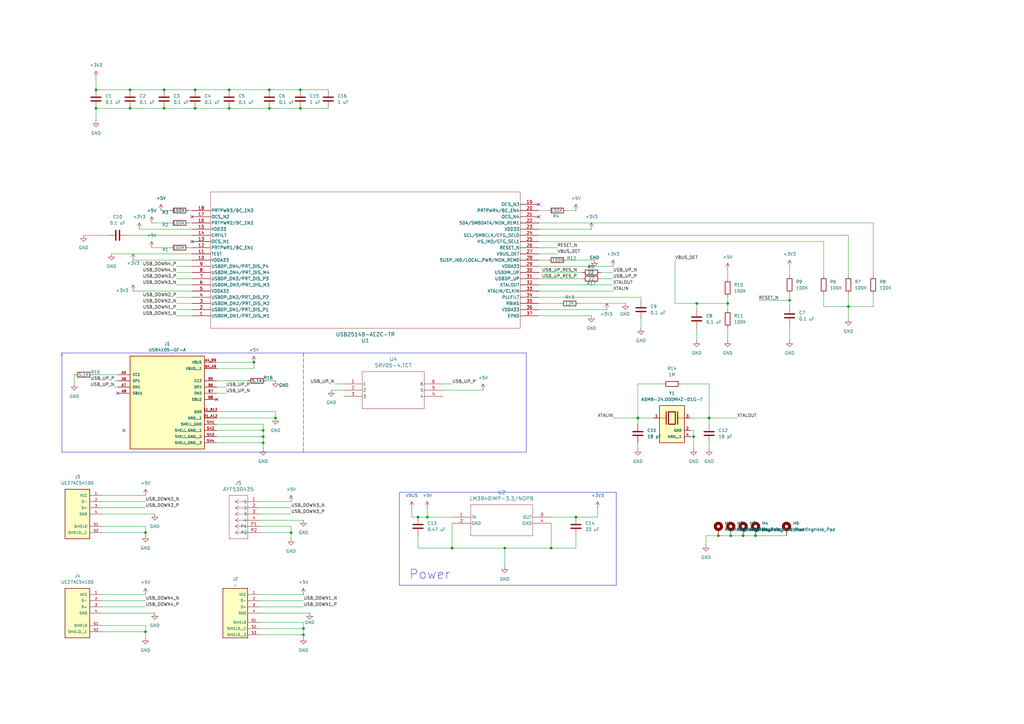
<source format=kicad_sch>
(kicad_sch (version 20231120) (generator "eeschema") (generator_version "8.0")
  (paper "A3")
  (lib_symbols
    (symbol "5051100492 (Molex FFC):5051100492" (pin_names (offset 0.254))
      (property "Reference" "J" (at 8.89 6.35 0))
      (property "Value" "5051100492" (at 0 0 0))
      (symbol "5051100492_1_1"
        (pin unspecified line (at 0 0 0) (length 5.08) (name "1") (number "1"))
        (pin unspecified line (at 0 -2.54 0) (length 5.08) (name "2") (number "2"))
        (pin unspecified line (at 0 -5.08 0) (length 5.08) (name "3") (number "3"))
        (pin unspecified line (at 0 -7.62 0) (length 5.08) (name "4") (number "4"))
        (pin unspecified line (at 0 -10.16 0) (length 5.08) (name "P1") (number "P1"))
        (pin unspecified line (at 0 -12.7 0) (length 5.08) (name "P2") (number "P2"))
      )
      (symbol "5051100492_1_2"
        (pin unspecified line (at 0 0 0) (length 5.08) (name "1") (number "1"))
        (pin unspecified line (at 0 -2.54 0) (length 5.08) (name "2") (number "2"))
        (pin unspecified line (at 0 -5.08 0) (length 5.08) (name "3") (number "3"))
        (pin unspecified line (at 0 -7.62 0) (length 5.08) (name "4") (number "4"))
        (pin unspecified line (at 0 -10.16 0) (length 5.08) (name "P1") (number "P1"))
        (pin unspecified line (at 0 -12.7 0) (length 5.08) (name "P2") (number "P2"))
      )
    )
    (symbol "ABM8-24.000MHZ-D1G-T:ABM8-24.000MHZ-D1G-T" (pin_names (offset 1.016))
      (property "Reference" "Y" (at -5.0878 6.3559 0))
      (property "Value" "ABM8-24.000MHZ-D1G-T" (at -5.0944 -12.7 0))
      (symbol "ABM8-24.000MHZ-D1G-T_0_0"
        (pin passive line (at -7.62 0 0) (length 2.54) (name "~") (number "1"))
        (pin power_in line (at 7.62 -5.08 180) (length 2.54) (name "GND") (number "2"))
        (pin passive line (at 7.62 0 180) (length 2.54) (name "~") (number "3"))
        (pin power_in line (at 7.62 -7.62 180) (length 2.54) (name "GND__1") (number "4"))
      )
    )
    (symbol "Device:C" (pin_numbers hide) (pin_names (offset 0.254))
      (property "Reference" "C" (at 0.635 2.54 0))
      (property "Value" "C" (at 0.635 -2.54 0))
      (symbol "C_1_1"
        (pin passive line (at 0 3.81 270) (length 2.794) (name "~") (number "1"))
        (pin passive line (at 0 -3.81 90) (length 2.794) (name "~") (number "2"))
      )
    )
    (symbol "Device:R" (pin_numbers hide) (pin_names (offset 0))
      (property "Reference" "R" (at 2.032 0 90))
      (property "Value" "R" (at 0 0 90))
      (symbol "R_1_1"
        (pin passive line (at 0 3.81 270) (length 1.27) (name "~") (number "1"))
        (pin passive line (at 0 -3.81 90) (length 1.27) (name "~") (number "2"))
      )
    )
    (symbol "LM3940IMP-3.3/NOPB:LM3940IMP-3.3_NOPB" (pin_names (offset 0.254))
      (property "Reference" "U" (at 20.32 10.16 0))
      (property "Value" "LM3940IMP-3.3/NOPB" (at 20.32 7.62 0))
      (symbol "LM3940IMP-3.3_NOPB_0_1"
        (pin input line (at 0 0 0) (length 7.62) (name "IN") (number "1"))
        (pin passive line (at 0 -2.54 0) (length 7.62) (name "GND") (number "2"))
        (pin output line (at 40.64 0 180) (length 7.62) (name "OUT") (number "3"))
        (pin passive line (at 40.64 -2.54 180) (length 7.62) (name "GND") (number "4"))
      )
    )
    (symbol "Mechanical:MountingHole_Pad" (pin_numbers hide) (pin_names (offset 1.016) hide) (exclude_from_sim yes) (in_bom no)
      (property "Reference" "H" (at 0 6.35 0))
      (property "Value" "MountingHole_Pad" (at 0 4.445 0))
      (symbol "MountingHole_Pad_1_1"
        (pin input line (at 0 -2.54 90) (length 2.54) (name "1") (number "1"))
      )
    )
    (symbol "SRV05-4.TCT:SRV05-4.TCT" (pin_names (offset 0.254))
      (property "Reference" "U" (at 20.32 10.16 0))
      (property "Value" "SRV05-4.TCT" (at 20.32 7.62 0))
      (symbol "SRV05-4.TCT_0_1"
        (pin unspecified line (at 0 0 0) (length 7.62) (name "1") (number "1"))
        (pin unspecified line (at 0 -2.54 0) (length 7.62) (name "2") (number "2"))
        (pin unspecified line (at 0 -5.08 0) (length 7.62) (name "3") (number "3"))
        (pin unspecified line (at 40.64 -5.08 180) (length 7.62) (name "4") (number "4"))
        (pin unspecified line (at 40.64 -2.54 180) (length 7.62) (name "5") (number "5"))
        (pin unspecified line (at 40.64 0 180) (length 7.62) (name "6") (number "6"))
      )
    )
    (symbol "UE27AC54100:UE27AC54100" (pin_names (offset 1.016))
      (property "Reference" "J" (at -5.08 8.89 0))
      (property "Value" "UE27AC54100" (at -5.08 -15.24 0))
      (symbol "UE27AC54100_0_0"
        (pin power_in line (at -10.16 5.08 0) (length 5.08) (name "VCC") (number "1"))
        (pin bidirectional line (at -10.16 2.54 0) (length 5.08) (name "D-") (number "2"))
        (pin bidirectional line (at -10.16 0 0) (length 5.08) (name "D+") (number "3"))
        (pin power_in line (at -10.16 -2.54 0) (length 5.08) (name "GND") (number "4"))
        (pin passive line (at -10.16 -7.62 0) (length 5.08) (name "SHIELD") (number "S1"))
        (pin passive line (at -10.16 -10.16 0) (length 5.08) (name "SHIELD__1") (number "S2"))
      )
    )
    (symbol "USB2514B-AEZC-TR:USB2514B-AEZC-TR" (pin_names (offset 0.254))
      (property "Reference" "U" (at 71.12 10.16 0))
      (property "Value" "USB2514B-AEZC-TR" (at 71.12 7.62 0))
      (symbol "USB2514B-AEZC-TR_0_1"
        (pin bidirectional line (at 0 0 0) (length 7.62) (name "USBDM_DN1/PRT_DIS_M1") (number "1"))
        (pin power_in line (at 0 -22.86 0) (length 7.62) (name "VDDA33") (number "10"))
        (pin bidirectional line (at 0 -25.4 0) (length 7.62) (name "TEST") (number "11"))
        (pin bidirectional line (at 0 -27.94 0) (length 7.62) (name "PRTPWR1/BC_EN1") (number "12"))
        (pin bidirectional line (at 0 -30.48 0) (length 7.62) (name "OCS_N1") (number "13"))
        (pin bidirectional line (at 0 -33.02 0) (length 7.62) (name "CRFILT") (number "14"))
        (pin power_in line (at 0 -35.56 0) (length 7.62) (name "VDD33") (number "15"))
        (pin bidirectional line (at 0 -38.1 0) (length 7.62) (name "PRTPWR2/BC_EN2") (number "16"))
        (pin bidirectional line (at 0 -40.64 0) (length 7.62) (name "OCS_N2") (number "17"))
        (pin bidirectional line (at 0 -43.18 0) (length 7.62) (name "PRTPWR3/BC_EN3") (number "18"))
        (pin bidirectional line (at 142.24 -45.72 180) (length 7.62) (name "OCS_N3") (number "19"))
        (pin bidirectional line (at 0 -2.54 0) (length 7.62) (name "USBDP_DN1/PRT_DIS_P1") (number "2"))
        (pin bidirectional line (at 142.24 -43.18 180) (length 7.62) (name "PRTPWR4/BC_EN4") (number "20"))
        (pin bidirectional line (at 142.24 -40.64 180) (length 7.62) (name "OCS_N4") (number "21"))
        (pin bidirectional line (at 142.24 -38.1 180) (length 7.62) (name "SDA/SMBDATA/NON_REM1") (number "22"))
        (pin power_in line (at 142.24 -35.56 180) (length 7.62) (name "VDD33") (number "23"))
        (pin bidirectional line (at 142.24 -33.02 180) (length 7.62) (name "SCL/SMBCLK/CFG_SEL0") (number "24"))
        (pin bidirectional line (at 142.24 -30.48 180) (length 7.62) (name "HS_IND/CFG_SEL1") (number "25"))
        (pin bidirectional line (at 142.24 -27.94 180) (length 7.62) (name "RESET_N") (number "26"))
        (pin bidirectional line (at 142.24 -25.4 180) (length 7.62) (name "VBUS_DET") (number "27"))
        (pin bidirectional line (at 142.24 -22.86 180) (length 7.62) (name "SUSP_IND/LOCAL_PWR/NON_REM0") (number "28"))
        (pin power_in line (at 142.24 -20.32 180) (length 7.62) (name "VDDA33") (number "29"))
        (pin bidirectional line (at 0 -5.08 0) (length 7.62) (name "USBDM_DN2/PRT_DIS_M2") (number "3"))
        (pin bidirectional line (at 142.24 -17.78 180) (length 7.62) (name "USBDM_UP") (number "30"))
        (pin bidirectional line (at 142.24 -15.24 180) (length 7.62) (name "USBDP_UP") (number "31"))
        (pin output line (at 142.24 -12.7 180) (length 7.62) (name "XTALOUT") (number "32"))
        (pin input line (at 142.24 -10.16 180) (length 7.62) (name "XTALIN/CLKIN") (number "33"))
        (pin bidirectional line (at 142.24 -7.62 180) (length 7.62) (name "PLLFILT") (number "34"))
        (pin bidirectional line (at 142.24 -5.08 180) (length 7.62) (name "RBIAS") (number "35"))
        (pin power_in line (at 142.24 -2.54 180) (length 7.62) (name "VDDA33") (number "36"))
        (pin unspecified line (at 142.24 0 180) (length 7.62) (name "EPAD") (number "37"))
        (pin bidirectional line (at 0 -7.62 0) (length 7.62) (name "USBDP_DN2/PRT_DIS_P2") (number "4"))
        (pin power_in line (at 0 -10.16 0) (length 7.62) (name "VDDA33") (number "5"))
        (pin bidirectional line (at 0 -12.7 0) (length 7.62) (name "USBDM_DN3/PRT_DIS_M3") (number "6"))
        (pin bidirectional line (at 0 -15.24 0) (length 7.62) (name "USBDP_DN3/PRT_DIS_P3") (number "7"))
        (pin bidirectional line (at 0 -17.78 0) (length 7.62) (name "USBDM_DN4/PRT_DIS_M4") (number "8"))
        (pin bidirectional line (at 0 -20.32 0) (length 7.62) (name "USBDP_DN4/PRT_DIS_P4") (number "9"))
      )
    )
    (symbol "USB4105-GF-A:USB4105-GF-A" (pin_names (offset 1.016))
      (property "Reference" "J" (at -15.24 13.97 0))
      (property "Value" "USB4105-GF-A" (at -15.24 -27.94 0))
      (symbol "USB4105-GF-A_0_0"
        (pin power_in line (at 20.32 -10.16 180) (length 5.08) (name "GND") (number "A1_B12"))
        (pin power_in line (at 20.32 10.16 180) (length 5.08) (name "VBUS") (number "A4_B9"))
        (pin bidirectional line (at -20.32 5.08 0) (length 5.08) (name "CC1") (number "A5"))
        (pin bidirectional line (at -20.32 2.54 0) (length 5.08) (name "DP1") (number "A6"))
        (pin bidirectional line (at -20.32 0 0) (length 5.08) (name "DN1") (number "A7"))
        (pin bidirectional line (at -20.32 -2.54 0) (length 5.08) (name "SBU1") (number "A8"))
        (pin power_in line (at 20.32 -12.7 180) (length 5.08) (name "GND__1") (number "B1_A12"))
        (pin power_in line (at 20.32 7.62 180) (length 5.08) (name "VBUS__1") (number "B4_A9"))
        (pin bidirectional line (at 20.32 2.54 180) (length 5.08) (name "CC2") (number "B5"))
        (pin bidirectional line (at 20.32 0 180) (length 5.08) (name "DP2") (number "B6"))
        (pin bidirectional line (at 20.32 -2.54 180) (length 5.08) (name "DN2") (number "B7"))
        (pin bidirectional line (at 20.32 -5.08 180) (length 5.08) (name "SBU2") (number "B8"))
        (pin power_in line (at 20.32 -15.24 180) (length 5.08) (name "SHELL_GND") (number "SH1"))
        (pin power_in line (at 20.32 -17.78 180) (length 5.08) (name "SHELL_GND__1") (number "SH2"))
        (pin power_in line (at 20.32 -20.32 180) (length 5.08) (name "SHELL_GND__2") (number "SH3"))
        (pin power_in line (at 20.32 -22.86 180) (length 5.08) (name "SHELL_GND__3") (number "SH4"))
      )
    )
    (symbol "numlocked:UBAS-4R-D14D-4D(LF)(SN)"
      (property "Reference" "J" (at 0 -1.524 0))
      (symbol "UBAS-4R-D14D-4D(LF)(SN)_0_0"
        (pin power_in line (at -10.16 17.78 0) (length 5.08) (name "VCC") (number "1"))
        (pin bidirectional line (at -10.16 15.24 0) (length 5.08) (name "D-") (number "2"))
        (pin bidirectional line (at -10.16 12.7 0) (length 5.08) (name "D+") (number "3"))
        (pin power_in line (at -10.16 10.16 0) (length 5.08) (name "GND") (number "4"))
        (pin passive line (at -10.16 6.35 0) (length 5.08) (name "SHIELD") (number "S1"))
        (pin passive line (at -10.16 3.81 0) (length 5.08) (name "SHIELD__1") (number "S2"))
      )
      (symbol "UBAS-4R-D14D-4D(LF)(SN)_1_0"
        (pin passive line (at -10.16 1.27 0) (length 5.08) (name "SHIELD__2") (number "S3"))
      )
    )
    (symbol "power:+3V3" (power) (pin_numbers hide) (pin_names (offset 0) hide)
      (property "Value" "+3V3" (at 0 3.556 0))
      (symbol "+3V3_1_1"
        (pin power_in line (at 0 0 90) (length 0) (name "~") (number "1"))
      )
    )
    (symbol "power:+5V" (power) (pin_numbers hide) (pin_names (offset 0) hide)
      (property "Value" "+5V" (at 0 3.556 0))
      (symbol "+5V_1_1"
        (pin power_in line (at 0 0 90) (length 0) (name "~") (number "1"))
      )
    )
    (symbol "power:GND" (power) (pin_numbers hide) (pin_names (offset 0) hide)
      (property "Value" "GND" (at 0 -3.81 0))
      (symbol "GND_1_1"
        (pin power_in line (at 0 0 270) (length 0) (name "~") (number "1"))
      )
    )
    (symbol "power:VBUS" (power) (pin_numbers hide) (pin_names (offset 0) hide)
      (property "Value" "VBUS" (at 0 3.556 0))
      (symbol "VBUS_1_1"
        (pin power_in line (at 0 0 90) (length 0) (name "~") (number "1"))
      )
    )
  )
  (junction (at 107.95 176.53))
  (junction (at 39.37 36.83))
  (junction (at 175.26 212.09))
  (junction (at 80.01 44.45))
  (junction (at 123.19 36.83))
  (junction (at 124.46 260.35))
  (junction (at 285.75 124.46))
  (junction (at 59.69 259.08))
  (junction (at 236.22 212.09))
  (junction (at 67.31 44.45))
  (junction (at 261.62 171.45))
  (junction (at 110.49 44.45))
  (junction (at 39.37 44.45))
  (junction (at 59.69 218.44))
  (junction (at 347.98 125.73))
  (junction (at 323.85 123.19))
  (junction (at 93.98 44.45))
  (junction (at 290.83 171.45))
  (junction (at 298.45 124.46))
  (junction (at 119.38 218.44))
  (junction (at 113.03 171.45))
  (junction (at 53.34 44.45))
  (junction (at 171.45 212.09))
  (junction (at 304.8 219.71))
  (junction (at 309.88 219.71))
  (junction (at 124.46 257.81))
  (junction (at 107.95 181.61))
  (junction (at 226.06 224.79))
  (junction (at 185.42 224.79))
  (junction (at 110.49 36.83))
  (junction (at 123.19 44.45))
  (junction (at 67.31 36.83))
  (junction (at 107.95 179.07))
  (junction (at 299.72 219.71))
  (junction (at 104.14 148.59))
  (junction (at 80.01 36.83))
  (junction (at 294.64 219.71))
  (junction (at 93.98 36.83))
  (junction (at 284.48 179.07))
  (junction (at 207.01 224.79))
  (junction (at 53.34 36.83))
  (no_connect (at 50.8 176.53))
  (no_connect (at 78.74 99.06))
  (no_connect (at 78.74 88.9))
  (no_connect (at 220.98 83.82))
  (no_connect (at 220.98 88.9))
  (no_connect (at 88.9 163.83))
  (no_connect (at 48.26 161.29))
  (wire (pts (xy 124.46 260.35) (xy 124.46 257.81)))
  (wire (pts (xy 107.95 184.15) (xy 107.95 181.61)))
  (wire (pts (xy 185.42 157.48) (xy 181.61 157.48)))
  (wire (pts (xy 283.21 179.07) (xy 284.48 179.07)))
  (wire (pts (xy 290.83 171.45) (xy 302.26 171.45)))
  (wire (pts (xy 106.68 251.46) (xy 127 251.46)))
  (wire (pts (xy 59.69 261.62) (xy 59.69 259.08)))
  (wire (pts (xy 106.68 208.28) (xy 119.38 208.28)))
  (wire (pts (xy 123.19 44.45) (xy 134.62 44.45)))
  (wire (pts (xy 226.06 214.63) (xy 226.06 224.79)))
  (wire (pts (xy 220.98 109.22) (xy 251.46 109.22)))
  (wire (pts (xy 285.75 124.46) (xy 285.75 127)))
  (wire (pts (xy 119.38 215.9) (xy 119.38 218.44)))
  (polyline (pts (xy 215.9 144.78) (xy 25.4 144.78)))
  (wire (pts (xy 299.72 219.71) (xy 304.8 219.71)))
  (wire (pts (xy 323.85 123.19) (xy 323.85 125.73)))
  (wire (pts (xy 276.86 124.46) (xy 285.75 124.46)))
  (wire (pts (xy 220.98 86.36) (xy 224.79 86.36)))
  (wire (pts (xy 171.45 212.09) (xy 168.91 212.09)))
  (wire (pts (xy 113.03 168.91) (xy 113.03 171.45)))
  (wire (pts (xy 57.15 93.98) (xy 78.74 93.98)))
  (wire (pts (xy 358.14 125.73) (xy 358.14 120.65)))
  (wire (pts (xy 284.48 184.15) (xy 284.48 179.07)))
  (wire (pts (xy 298.45 124.46) (xy 298.45 127)))
  (polyline (pts (xy 25.4 144.78) (xy 25.4 146.05)))
  (wire (pts (xy 262.89 130.81) (xy 262.89 134.62)))
  (wire (pts (xy 220.98 91.44) (xy 358.14 91.44)))
  (wire (pts (xy 72.39 127) (xy 78.74 127)))
  (wire (pts (xy 347.98 125.73) (xy 347.98 130.81)))
  (wire (pts (xy 123.19 36.83) (xy 134.62 36.83)))
  (wire (pts (xy 290.83 157.48) (xy 279.4 157.48)))
  (wire (pts (xy 283.21 171.45) (xy 290.83 171.45)))
  (wire (pts (xy 175.26 212.09) (xy 171.45 212.09)))
  (wire (pts (xy 72.39 109.22) (xy 78.74 109.22)))
  (wire (pts (xy 62.23 91.44) (xy 69.85 91.44)))
  (wire (pts (xy 290.83 171.45) (xy 290.83 173.99)))
  (wire (pts (xy 261.62 181.61) (xy 261.62 184.15)))
  (wire (pts (xy 261.62 171.45) (xy 261.62 173.99)))
  (wire (pts (xy 106.68 215.9) (xy 119.38 215.9)))
  (wire (pts (xy 290.83 171.45) (xy 290.83 157.48)))
  (wire (pts (xy 72.39 116.84) (xy 78.74 116.84)))
  (wire (pts (xy 323.85 120.65) (xy 323.85 123.19)))
  (wire (pts (xy 110.49 44.45) (xy 123.19 44.45)))
  (wire (pts (xy 284.48 179.07) (xy 284.48 176.53)))
  (wire (pts (xy 298.45 110.49) (xy 298.45 114.3)))
  (wire (pts (xy 261.62 157.48) (xy 271.78 157.48)))
  (wire (pts (xy 77.47 86.36) (xy 78.74 86.36)))
  (wire (pts (xy 41.91 246.38) (xy 59.69 246.38)))
  (wire (pts (xy 106.68 213.36) (xy 124.46 213.36)))
  (wire (pts (xy 220.98 119.38) (xy 251.46 119.38)))
  (wire (pts (xy 358.14 91.44) (xy 358.14 113.03)))
  (polyline (pts (xy 163.83 201.93) (xy 163.83 240.03)))
  (wire (pts (xy 228.6 101.6) (xy 220.98 101.6)))
  (wire (pts (xy 171.45 219.71) (xy 171.45 224.79)))
  (wire (pts (xy 276.86 106.68) (xy 276.86 124.46)))
  (wire (pts (xy 185.42 212.09) (xy 175.26 212.09)))
  (wire (pts (xy 46.99 158.75) (xy 48.26 158.75)))
  (wire (pts (xy 347.98 120.65) (xy 347.98 125.73)))
  (wire (pts (xy 54.61 119.38) (xy 78.74 119.38)))
  (wire (pts (xy 41.91 218.44) (xy 59.69 218.44)))
  (wire (pts (xy 290.83 181.61) (xy 290.83 184.15)))
  (wire (pts (xy 88.9 156.21) (xy 101.6 156.21)))
  (wire (pts (xy 220.98 114.3) (xy 238.76 114.3)))
  (wire (pts (xy 106.68 210.82) (xy 119.38 210.82)))
  (wire (pts (xy 80.01 36.83) (xy 93.98 36.83)))
  (wire (pts (xy 38.1 153.67) (xy 48.26 153.67)))
  (wire (pts (xy 220.98 93.98) (xy 242.57 93.98)))
  (wire (pts (xy 284.48 176.53) (xy 283.21 176.53)))
  (wire (pts (xy 220.98 121.92) (xy 262.89 121.92)))
  (wire (pts (xy 72.39 124.46) (xy 78.74 124.46)))
  (wire (pts (xy 267.97 171.45) (xy 261.62 171.45)))
  (wire (pts (xy 41.91 256.54) (xy 59.69 256.54)))
  (polyline (pts (xy 25.4 185.42) (xy 215.9 185.42)))
  (wire (pts (xy 93.98 36.83) (xy 110.49 36.83)))
  (polyline (pts (xy 252.73 240.03) (xy 163.83 240.03)))
  (wire (pts (xy 59.69 203.2) (xy 41.91 203.2)))
  (wire (pts (xy 137.16 157.48) (xy 140.97 157.48)))
  (wire (pts (xy 124.46 243.84) (xy 106.68 243.84)))
  (wire (pts (xy 207.01 224.79) (xy 226.06 224.79)))
  (polyline (pts (xy 215.9 185.42) (xy 215.9 144.78)))
  (wire (pts (xy 41.91 243.84) (xy 59.69 243.84)))
  (wire (pts (xy 62.23 101.6) (xy 69.85 101.6)))
  (wire (pts (xy 106.68 255.27) (xy 124.46 255.27)))
  (wire (pts (xy 337.82 120.65) (xy 337.82 125.73)))
  (wire (pts (xy 39.37 31.75) (xy 39.37 36.83)))
  (wire (pts (xy 107.95 176.53) (xy 107.95 179.07)))
  (wire (pts (xy 347.98 125.73) (xy 358.14 125.73)))
  (wire (pts (xy 135.89 160.02) (xy 140.97 160.02)))
  (wire (pts (xy 41.91 248.92) (xy 59.69 248.92)))
  (wire (pts (xy 107.95 179.07) (xy 107.95 181.61)))
  (wire (pts (xy 119.38 205.74) (xy 106.68 205.74)))
  (wire (pts (xy 246.38 111.76) (xy 251.46 111.76)))
  (wire (pts (xy 220.98 106.68) (xy 224.79 106.68)))
  (wire (pts (xy 104.14 151.13) (xy 104.14 148.59)))
  (wire (pts (xy 45.72 104.14) (xy 78.74 104.14)))
  (wire (pts (xy 88.9 161.29) (xy 92.71 161.29)))
  (wire (pts (xy 236.22 212.09) (xy 245.11 212.09)))
  (wire (pts (xy 285.75 134.62) (xy 285.75 139.7)))
  (wire (pts (xy 67.31 36.83) (xy 80.01 36.83)))
  (wire (pts (xy 232.41 86.36) (xy 236.22 86.36)))
  (wire (pts (xy 309.88 219.71) (xy 322.58 219.71)))
  (wire (pts (xy 88.9 173.99) (xy 107.95 173.99)))
  (wire (pts (xy 88.9 176.53) (xy 107.95 176.53)))
  (wire (pts (xy 106.68 218.44) (xy 119.38 218.44)))
  (wire (pts (xy 181.61 160.02) (xy 198.12 160.02)))
  (wire (pts (xy 106.68 246.38) (xy 124.46 246.38)))
  (wire (pts (xy 220.98 99.06) (xy 337.82 99.06)))
  (wire (pts (xy 106.68 248.92) (xy 124.46 248.92)))
  (wire (pts (xy 41.91 259.08) (xy 59.69 259.08)))
  (wire (pts (xy 124.46 261.62) (xy 124.46 260.35)))
  (wire (pts (xy 168.91 208.28) (xy 168.91 212.09)))
  (wire (pts (xy 185.42 214.63) (xy 185.42 224.79)))
  (wire (pts (xy 220.98 116.84) (xy 251.46 116.84)))
  (wire (pts (xy 41.91 215.9) (xy 59.69 215.9)))
  (wire (pts (xy 237.49 124.46) (xy 256.54 124.46)))
  (wire (pts (xy 246.38 114.3) (xy 251.46 114.3)))
  (wire (pts (xy 220.98 124.46) (xy 229.87 124.46)))
  (wire (pts (xy 124.46 255.27) (xy 124.46 257.81)))
  (wire (pts (xy 107.95 173.99) (xy 107.95 176.53)))
  (wire (pts (xy 54.61 106.68) (xy 78.74 106.68)))
  (wire (pts (xy 245.11 208.28) (xy 245.11 212.09)))
  (wire (pts (xy 251.46 171.45) (xy 261.62 171.45)))
  (wire (pts (xy 304.8 219.71) (xy 309.88 219.71)))
  (wire (pts (xy 41.91 210.82) (xy 63.5 210.82)))
  (wire (pts (xy 72.39 121.92) (xy 78.74 121.92)))
  (wire (pts (xy 59.69 215.9) (xy 59.69 218.44)))
  (wire (pts (xy 323.85 133.35) (xy 323.85 139.7)))
  (wire (pts (xy 285.75 124.46) (xy 298.45 124.46)))
  (wire (pts (xy 220.98 111.76) (xy 238.76 111.76)))
  (wire (pts (xy 72.39 111.76) (xy 78.74 111.76)))
  (wire (pts (xy 80.01 44.45) (xy 93.98 44.45)))
  (polyline (pts (xy 252.73 201.93) (xy 252.73 240.03)))
  (wire (pts (xy 232.41 106.68) (xy 243.84 106.68)))
  (wire (pts (xy 77.47 101.6) (xy 78.74 101.6)))
  (polyline (pts (xy 163.83 201.93) (xy 252.73 201.93)))
  (wire (pts (xy 110.49 36.83) (xy 123.19 36.83)))
  (wire (pts (xy 226.06 212.09) (xy 236.22 212.09)))
  (wire (pts (xy 88.9 151.13) (xy 104.14 151.13)))
  (wire (pts (xy 289.56 219.71) (xy 294.64 219.71)))
  (wire (pts (xy 113.03 156.21) (xy 109.22 156.21)))
  (wire (pts (xy 93.98 44.45) (xy 110.49 44.45)))
  (wire (pts (xy 88.9 181.61) (xy 107.95 181.61)))
  (wire (pts (xy 298.45 134.62) (xy 298.45 139.7)))
  (wire (pts (xy 46.99 156.21) (xy 48.26 156.21)))
  (wire (pts (xy 347.98 113.03) (xy 347.98 96.52)))
  (wire (pts (xy 88.9 168.91) (xy 113.03 168.91)))
  (wire (pts (xy 294.64 219.71) (xy 299.72 219.71)))
  (wire (pts (xy 337.82 99.06) (xy 337.82 113.03)))
  (wire (pts (xy 337.82 125.73) (xy 347.98 125.73)))
  (wire (pts (xy 236.22 219.71) (xy 236.22 224.79)))
  (wire (pts (xy 220.98 96.52) (xy 347.98 96.52)))
  (wire (pts (xy 72.39 114.3) (xy 78.74 114.3)))
  (wire (pts (xy 66.04 86.36) (xy 69.85 86.36)))
  (wire (pts (xy 41.91 251.46) (xy 63.5 251.46)))
  (wire (pts (xy 30.48 157.48) (xy 30.48 153.67)))
  (wire (pts (xy 88.9 158.75) (xy 92.71 158.75)))
  (wire (pts (xy 59.69 256.54) (xy 59.69 259.08)))
  (wire (pts (xy 41.91 208.28) (xy 59.69 208.28)))
  (wire (pts (xy 289.56 219.71) (xy 289.56 223.52)))
  (wire (pts (xy 77.47 91.44) (xy 78.74 91.44)))
  (wire (pts (xy 67.31 44.45) (xy 80.01 44.45)))
  (wire (pts (xy 59.69 219.71) (xy 59.69 218.44)))
  (wire (pts (xy 236.22 224.79) (xy 226.06 224.79)))
  (wire (pts (xy 228.6 104.14) (xy 220.98 104.14)))
  (wire (pts (xy 171.45 224.79) (xy 185.42 224.79)))
  (wire (pts (xy 72.39 129.54) (xy 78.74 129.54)))
  (wire (pts (xy 207.01 224.79) (xy 207.01 232.41)))
  (wire (pts (xy 88.9 171.45) (xy 113.03 171.45)))
  (wire (pts (xy 88.9 179.07) (xy 107.95 179.07)))
  (wire (pts (xy 261.62 171.45) (xy 261.62 157.48)))
  (wire (pts (xy 323.85 109.22) (xy 323.85 113.03)))
  (wire (pts (xy 311.15 123.19) (xy 323.85 123.19)))
  (wire (pts (xy 106.68 257.81) (xy 124.46 257.81)))
  (wire (pts (xy 262.89 121.92) (xy 262.89 123.19)))
  (wire (pts (xy 41.91 205.74) (xy 59.69 205.74)))
  (wire (pts (xy 39.37 44.45) (xy 39.37 49.53)))
  (wire (pts (xy 298.45 121.92) (xy 298.45 124.46)))
  (wire (pts (xy 39.37 44.45) (xy 53.34 44.45)))
  (wire (pts (xy 53.34 36.83) (xy 67.31 36.83)))
  (wire (pts (xy 53.34 44.45) (xy 67.31 44.45)))
  (wire (pts (xy 175.26 208.28) (xy 175.26 212.09)))
  (polyline (pts (xy 124.46 144.78) (xy 124.46 185.42)) (stroke (width 0) (type dash)))
  (polyline (pts (xy 25.4 144.78) (xy 25.4 185.42)))
  (wire (pts (xy 106.68 260.35) (xy 124.46 260.35)))
  (wire (pts (xy 88.9 148.59) (xy 104.14 148.59)))
  (wire (pts (xy 34.29 96.52) (xy 44.45 96.52)))
  (wire (pts (xy 185.42 224.79) (xy 207.01 224.79)))
  (wire (pts (xy 220.98 127) (xy 248.92 127)))
  (wire (pts (xy 220.98 129.54) (xy 242.57 129.54)))
  (wire (pts (xy 39.37 36.83) (xy 53.34 36.83)))
  (wire (pts (xy 119.38 218.44) (xy 119.38 220.98)))
  (wire (pts (xy 52.07 96.52) (xy 78.74 96.52)))
  (text "Power" (at 176.276 235.712 0) (effects (font (size 3.81 3.81))))
  (label "USB_DOWN2_N" (at 72.39 124.46 180))
  (label "USB_UP_N" (at 137.16 157.48 180))
  (label "USB_UP_RES_P" (at 222.25 114.3 0))
  (label "USB_DOWN4_N" (at 72.39 111.76 180))
  (label "USB_UP_N" (at 251.46 111.76 0))
  (label "RESET_N" (at 228.6 101.6 0))
  (label "VBUS_DET" (at 276.86 106.68 0))
  (label "USB_DOWN3_N" (at 119.38 208.28 0))
  (label "USB_DOWN3_N" (at 72.39 116.84 180))
  (label "USB_DOWN1_N" (at 72.39 129.54 180))
  (label "USB_DOWN1_P" (at 72.39 127 180))
  (label "XTALIN" (at 251.46 119.38 0))
  (label "VBUS_DET" (at 228.6 104.14 0))
  (label "USB_DOWN2_P" (at 72.39 121.92 180))
  (label "RESET_N" (at 311.15 123.19 0))
  (label "USB_UP_P" (at 251.46 114.3 0))
  (label "USB_UP_P" (at 185.42 157.48 0))
  (label "USB_UP_P" (at 92.71 158.75 0))
  (label "USB_UP_RES_N" (at 222.25 111.76 0))
  (label "USB_DOWN4_P" (at 59.69 248.92 0))
  (label "USB_DOWN4_P" (at 72.39 109.22 180))
  (label "USB_DOWN4_N" (at 59.69 246.38 0))
  (label "USB_UP_N" (at 92.71 161.29 0))
  (label "XTALOUT" (at 302.26 171.45 0))
  (label "USB_DOWN1_N" (at 124.46 246.38 0))
  (label "USB_DOWN3_P" (at 72.39 114.3 180))
  (label "XTALOUT" (at 251.46 116.84 0))
  (label "USB_DOWN2_N" (at 59.69 205.74 0))
  (label "USB_UP_N" (at 46.99 158.75 180))
  (label "USB_UP_P" (at 46.99 156.21 180))
  (label "USB_DOWN2_P" (at 59.69 208.28 0))
  (label "XTALIN" (at 251.46 171.45 180))
  (label "USB_DOWN3_P" (at 119.38 210.82 0))
  (label "USB_DOWN1_P" (at 124.46 248.92 0))
  (symbol (lib_id "power:GND") (at 298.45 139.7 0) (unit 1)
    (property "Reference" "#PWR019" (effects (hide yes)))
    (property "Value" "GND" (at 298.45 144.78 0))
    (property "Description" "Power symbol creates a global label with name \"GND\" , ground" (effects (hide yes)))
  )
  (symbol (lib_id "power:+3V3") (at 323.85 109.22 0) (unit 1)
    (property "Reference" "#PWR016" (effects (hide yes)))
    (property "Value" "+3V3" (at 323.85 104.14 0))
    (property "Description" "Power symbol creates a global label with name \"+3V3\"" (effects (hide yes)))
  )
  (symbol (lib_id "power:GND") (at 242.57 129.54 0) (unit 1)
    (property "Reference" "#PWR010" (effects (hide yes)))
    (property "Value" "GND" (at 242.57 134.62 0))
    (property "Description" "Power symbol creates a global label with name \"GND\" , ground" (effects (hide yes)))
  )
  (symbol (lib_id "power:+5V") (at 62.23 91.44 0) (mirror y) (unit 1)
    (property "Reference" "#PWR012" (effects (hide yes)))
    (property "Value" "+5V" (at 62.23 86.36 0))
    (property "Description" "Power symbol creates a global label with name \"+5V\"" (effects (hide yes)))
  )
  (symbol (lib_id "Device:R") (at 323.85 116.84 0) (unit 1)
    (property "Reference" "R9" (at 326.39 115.5699 0) (effects (justify left)))
    (property "Value" "100K" (at 326.39 118.1099 0) (effects (justify left)))
    (property "Footprint" "Resistor_SMD:R_0603_1608Metric" (effects (hide yes)))
    (property "Description" "Resistor" (effects (hide yes)))
  )
  (symbol (lib_id "power:+5V") (at 59.69 243.84 0) (unit 1)
    (property "Reference" "#PWR033" (effects (hide yes)))
    (property "Value" "+5V" (at 59.69 238.76 0))
    (property "Description" "Power symbol creates a global label with name \"+5V\"" (effects (hide yes)))
  )
  (symbol (lib_id "power:+3V3") (at 251.46 109.22 0) (unit 1)
    (property "Reference" "#PWR07" (effects (hide yes)))
    (property "Value" "+3V3" (at 251.46 104.14 0))
    (property "Description" "Power symbol creates a global label with name \"+3V3\"" (effects (hide yes)))
  )
  (symbol (lib_id "USB4105-GF-A:USB4105-GF-A") (at 68.58 158.75 0) (unit 1)
    (property "Reference" "J1" (at 68.58 140.97 0))
    (property "Value" "USB4105-GF-A" (at 68.58 143.51 0))
    (property "Footprint" "USB4105_GF_A(2):GCT_USB4105-GF-A" (effects (hide yes)))
    (property "PARTREV" "B4" (effects (hide yes)))
    (property "STANDARD" "Manufacturer Recommendations" (effects (hide yes)))
    (property "MAXIMUM_PACKAGE_HEIGHT" "3.31 mm" (effects (hide yes)))
    (property "MANUFACTURER" "GCT" (effects (hide yes)))
  )
  (symbol (lib_id "power:GND") (at 323.85 139.7 0) (unit 1)
    (property "Reference" "#PWR017" (effects (hide yes)))
    (property "Value" "GND" (at 323.85 144.78 0))
    (property "Description" "Power symbol creates a global label with name \"GND\" , ground" (effects (hide yes)))
  )
  (symbol (lib_id "power:GND") (at 30.48 157.48 0) (unit 1)
    (property "Reference" "#PWR028" (effects (hide yes)))
    (property "Value" "GND" (at 30.48 162.56 0))
    (property "Description" "Power symbol creates a global label with name \"GND\" , ground" (effects (hide yes)))
  )
  (symbol (lib_id "power:GND") (at 243.84 106.68 0) (unit 1)
    (property "Reference" "#PWR020" (effects (hide yes)))
    (property "Value" "GND" (at 243.84 105.664 0))
    (property "Description" "Power symbol creates a global label with name \"GND\" , ground" (effects (hide yes)))
  )
  (symbol (lib_id "power:+5V") (at 175.26 208.28 0) (mirror y) (unit 1)
    (property "Reference" "#PWR041" (effects (hide yes)))
    (property "Value" "+5V" (at 175.26 203.2 0))
    (property "Description" "Power symbol creates a global label with name \"+5V\"" (effects (hide yes)))
  )
  (symbol (lib_id "power:+5V") (at 62.23 101.6 0) (mirror y) (unit 1)
    (property "Reference" "#PWR011" (effects (hide yes)))
    (property "Value" "+5V" (at 62.23 96.52 0))
    (property "Description" "Power symbol creates a global label with name \"+5V\"" (effects (hide yes)))
  )
  (symbol (lib_id "Device:R") (at 105.41 156.21 270) (unit 1)
    (property "Reference" "R16" (at 109.982 154.94 90))
    (property "Value" "5.1K" (at 105.41 156.21 90))
    (property "Footprint" "Resistor_SMD:R_0603_1608Metric" (effects (hide yes)))
    (property "Description" "Resistor" (effects (hide yes)))
  )
  (symbol (lib_id "Mechanical:MountingHole_Pad") (at 322.58 217.17 0) (unit 1) (exclude_from_sim yes) (in_bom no)
    (property "Reference" "H6" (at 325.12 214.6299 0) (effects (justify left)))
    (property "Value" "MountingHole_Pad" (at 325.12 217.1699 0) (effects (justify left)))
    (property "Footprint" "MountingHole:MountingHole_2.2mm_M2_Pad" (effects (hide yes)))
    (property "Description" "Mounting Hole with connection" (effects (hide yes)))
  )
  (symbol (lib_id "5051100492 (Molex FFC):5051100492") (at 106.68 205.74 0) (mirror y) (unit 1)
    (property "Reference" "J5" (at 97.79 198.12 0) (effects (font (size 1.524 1.524))))
    (property "Value" "AYF530435" (at 97.79 200.66 0) (effects (font (size 1.524 1.524))))
    (property "Footprint" "Numlocked:AYF530435" (effects (hide yes)))
    (property "Datasheet" "5051100492" (effects (hide yes)))
  )
  (symbol (lib_id "Device:R") (at 275.59 157.48 90) (unit 1)
    (property "Reference" "R14" (at 275.59 151.13 90))
    (property "Value" "1M" (at 275.59 153.67 90))
    (property "Footprint" "Resistor_SMD:R_0603_1608Metric" (effects (hide yes)))
    (property "Description" "Resistor" (effects (hide yes)))
  )
  (symbol (lib_id "power:+5V") (at 124.46 243.84 0) (unit 1)
    (property "Reference" "#PWR048" (effects (hide yes)))
    (property "Value" "+5V" (at 124.46 238.76 0))
    (property "Description" "Power symbol creates a global label with name \"+5V\"" (effects (hide yes)))
  )
  (symbol (lib_id "Device:R") (at 228.6 106.68 90) (unit 1)
    (property "Reference" "R12" (at 234.442 105.918 90))
    (property "Value" "100K" (at 228.854 106.68 90))
    (property "Footprint" "Resistor_SMD:R_0603_1608Metric" (effects (hide yes)))
    (property "Description" "Resistor" (effects (hide yes)))
  )
  (symbol (lib_id "Device:C") (at 285.75 130.81 0) (unit 1)
    (property "Reference" "C8" (at 289.56 129.5399 0) (effects (justify left)))
    (property "Value" "0.1 uF" (at 289.56 132.0799 0) (effects (justify left)))
    (property "Footprint" "Capacitor_SMD:C_0603_1608Metric" (effects (hide yes)))
    (property "Description" "Unpolarized capacitor" (effects (hide yes)))
  )
  (symbol (lib_id "Mechanical:MountingHole_Pad") (at 309.88 217.17 0) (unit 1) (exclude_from_sim yes) (in_bom no)
    (property "Reference" "H4" (at 312.42 214.6299 0) (effects (justify left)))
    (property "Value" "MountingHole_Pad" (at 312.42 217.1699 0) (effects (justify left)))
    (property "Footprint" "MountingHole:MountingHole_2.2mm_M2_Pad" (effects (hide yes)))
    (property "Description" "Mounting Hole with connection" (effects (hide yes)))
  )
  (symbol (lib_id "Device:C") (at 80.01 40.64 0) (unit 1)
    (property "Reference" "C4" (at 83.82 39.3699 0) (effects (justify left)))
    (property "Value" "0.1 uF" (at 83.82 41.9099 0) (effects (justify left)))
    (property "Footprint" "Capacitor_SMD:C_0603_1608Metric" (effects (hide yes)))
    (property "Description" "Unpolarized capacitor" (effects (hide yes)))
  )
  (symbol (lib_id "power:GND") (at 113.03 156.21 0) (unit 1)
    (property "Reference" "#PWR036" (effects (hide yes)))
    (property "Value" "GND" (at 116.332 157.988 0))
    (property "Description" "Power symbol creates a global label with name \"GND\" , ground" (effects (hide yes)))
  )
  (symbol (lib_id "Device:R") (at 73.66 101.6 270) (unit 1)
    (property "Reference" "R1" (at 67.818 102.362 90))
    (property "Value" "100K" (at 73.406 101.6 90))
    (property "Footprint" "Resistor_SMD:R_0603_1608Metric" (effects (hide yes)))
    (property "Description" "Resistor" (effects (hide yes)))
  )
  (symbol (lib_id "Device:R") (at 358.14 116.84 0) (unit 1)
    (property "Reference" "R8" (at 360.68 115.5699 0) (effects (justify left)))
    (property "Value" "100K" (at 360.68 118.1099 0) (effects (justify left)))
    (property "Footprint" "Resistor_SMD:R_0603_1608Metric" (effects (hide yes)))
    (property "Description" "Resistor" (effects (hide yes)))
  )
  (symbol (lib_id "Device:C") (at 262.89 127 0) (unit 1)
    (property "Reference" "C9" (at 266.7 125.7299 0) (effects (justify left)))
    (property "Value" "0.1 uF" (at 266.7 128.2699 0) (effects (justify left)))
    (property "Footprint" "Capacitor_SMD:C_0603_1608Metric" (effects (hide yes)))
    (property "Description" "Unpolarized capacitor" (effects (hide yes)))
  )
  (symbol (lib_id "Mechanical:MountingHole_Pad") (at 304.8 217.17 0) (unit 1) (exclude_from_sim yes) (in_bom no)
    (property "Reference" "H3" (at 307.34 214.6299 0) (effects (justify left)))
    (property "Value" "MountingHole_Pad" (at 307.34 217.1699 0) (effects (justify left)))
    (property "Footprint" "MountingHole:MountingHole_2.2mm_M2_Pad" (effects (hide yes)))
    (property "Description" "Mounting Hole with connection" (effects (hide yes)))
  )
  (symbol (lib_id "power:+5V") (at 236.22 86.36 0) (mirror y) (unit 1)
    (property "Reference" "#PWR014" (effects (hide yes)))
    (property "Value" "+5V" (at 236.22 81.28 0))
    (property "Description" "Power symbol creates a global label with name \"+5V\"" (effects (hide yes)))
  )
  (symbol (lib_id "power:GND") (at 290.83 184.15 0) (unit 1)
    (property "Reference" "#PWR025" (effects (hide yes)))
    (property "Value" "GND" (at 290.83 189.23 0))
    (property "Description" "Power symbol creates a global label with name \"GND\" , ground" (effects (hide yes)))
  )
  (symbol (lib_id "Device:R") (at 242.57 114.3 90) (unit 1)
    (property "Reference" "R17" (at 242.57 116.332 90))
    (property "Value" "22" (at 242.57 114.3 90))
    (property "Footprint" "Resistor_SMD:R_0603_1608Metric" (effects (hide yes)))
    (property "Description" "Resistor" (effects (hide yes)))
  )
  (symbol (lib_id "power:GND") (at 45.72 104.14 0) (mirror y) (unit 1)
    (property "Reference" "#PWR09" (effects (hide yes)))
    (property "Value" "GND" (at 45.72 109.22 0))
    (property "Description" "Power symbol creates a global label with name \"GND\" , ground" (effects (hide yes)))
  )
  (symbol (lib_id "power:GND") (at 261.62 184.15 0) (unit 1)
    (property "Reference" "#PWR026" (effects (hide yes)))
    (property "Value" "GND" (at 261.62 189.23 0))
    (property "Description" "Power symbol creates a global label with name \"GND\" , ground" (effects (hide yes)))
  )
  (symbol (lib_id "power:GND") (at 39.37 49.53 0) (unit 1)
    (property "Reference" "#PWR02" (effects (hide yes)))
    (property "Value" "GND" (at 39.37 54.61 0))
    (property "Description" "Power symbol creates a global label with name \"GND\" , ground" (effects (hide yes)))
  )
  (symbol (lib_id "Device:C") (at 123.19 40.64 0) (unit 1)
    (property "Reference" "C15" (at 127 39.3699 0) (effects (justify left)))
    (property "Value" "1 uF" (at 127 41.9099 0) (effects (justify left)))
    (property "Footprint" "Capacitor_SMD:C_0603_1608Metric" (effects (hide yes)))
    (property "Description" "Unpolarized capacitor" (effects (hide yes)))
  )
  (symbol (lib_id "numlocked:UBAS-4R-D14D-4D(LF)(SN)") (at 96.52 261.62 0) (mirror y) (unit 1)
    (property "Reference" "J2" (at 96.52 237.49 0))
    (property "Value" "~" (at 96.52 240.03 0))
    (property "Footprint" "Numlocked:UBAS-4R-D14D-4D(LF)(SN)" (effects (hide yes)))
  )
  (symbol (lib_id "power:+3V3") (at 242.57 93.98 0) (unit 1)
    (property "Reference" "#PWR06" (effects (hide yes)))
    (property "Value" "+3V3" (at 242.57 88.9 0))
    (property "Description" "Power symbol creates a global label with name \"+3V3\"" (effects (hide yes)))
  )
  (symbol (lib_id "power:+3V3") (at 245.11 208.28 0) (unit 1)
    (property "Reference" "#PWR040" (effects (hide yes)))
    (property "Value" "+3V3" (at 245.11 203.2 0))
    (property "Description" "Power symbol creates a global label with name \"+3V3\"" (effects (hide yes)))
  )
  (symbol (lib_id "Device:C") (at 236.22 215.9 0) (unit 1)
    (property "Reference" "C14" (at 240.03 214.6299 0) (effects (justify left)))
    (property "Value" "33 uF" (at 240.03 217.1699 0) (effects (justify left)))
    (property "Footprint" "Capacitor_SMD:C_1206_3216Metric" (effects (hide yes)))
    (property "Description" "Unpolarized capacitor" (effects (hide yes)))
  )
  (symbol (lib_id "power:GND") (at 124.46 261.62 0) (unit 1)
    (property "Reference" "#PWR054" (effects (hide yes)))
    (property "Value" "GND" (at 124.46 266.7 0))
    (property "Description" "Power symbol creates a global label with name \"GND\" , ground" (effects (hide yes)))
  )
  (symbol (lib_id "power:GND") (at 127 251.46 0) (unit 1)
    (property "Reference" "#PWR051" (effects (hide yes)))
    (property "Value" "GND" (at 127 255.27 0))
    (property "Description" "Power symbol creates a global label with name \"GND\" , ground" (effects (hide yes)))
  )
  (symbol (lib_id "Device:R") (at 298.45 118.11 0) (unit 1)
    (property "Reference" "R10" (at 300.99 116.8399 0) (effects (justify left)))
    (property "Value" "100K" (at 300.99 119.3799 0) (effects (justify left)))
    (property "Footprint" "Resistor_SMD:R_0603_1608Metric" (effects (hide yes)))
    (property "Description" "Resistor" (effects (hide yes)))
  )
  (symbol (lib_id "power:+5V") (at 119.38 205.74 0) (unit 1)
    (property "Reference" "#PWR046" (effects (hide yes)))
    (property "Value" "+5V" (at 119.38 200.66 0))
    (property "Description" "Power symbol creates a global label with name \"+5V\"" (effects (hide yes)))
  )
  (symbol (lib_id "power:GND") (at 59.69 219.71 0) (unit 1)
    (property "Reference" "#PWR032" (effects (hide yes)))
    (property "Value" "GND" (at 59.69 224.79 0))
    (property "Description" "Power symbol creates a global label with name \"GND\" , ground" (effects (hide yes)))
  )
  (symbol (lib_id "Mechanical:MountingHole_Pad") (at 294.64 217.17 0) (unit 1) (exclude_from_sim yes) (in_bom no)
    (property "Reference" "H1" (at 297.18 214.6299 0) (effects (justify left)))
    (property "Value" "MountingHole_Pad" (at 297.18 217.1699 0) (effects (justify left)))
    (property "Footprint" "MountingHole:MountingHole_2.2mm_M2_Pad" (effects (hide yes)))
    (property "Description" "Mounting Hole with connection" (effects (hide yes)))
  )
  (symbol (lib_id "power:+5V") (at 59.69 203.2 0) (unit 1)
    (property "Reference" "#PWR031" (effects (hide yes)))
    (property "Value" "+5V" (at 59.69 198.12 0))
    (property "Description" "Power symbol creates a global label with name \"+5V\"" (effects (hide yes)))
  )
  (symbol (lib_id "Device:R") (at 298.45 130.81 0) (unit 1)
    (property "Reference" "R11" (at 300.99 129.5399 0) (effects (justify left)))
    (property "Value" "100K" (at 300.99 132.0799 0) (effects (justify left)))
    (property "Footprint" "Resistor_SMD:R_0603_1608Metric" (effects (hide yes)))
    (property "Description" "Resistor" (effects (hide yes)))
  )
  (symbol (lib_id "power:GND") (at 119.38 220.98 0) (unit 1)
    (property "Reference" "#PWR047" (effects (hide yes)))
    (property "Value" "GND" (at 119.38 226.06 0))
    (property "Description" "Power symbol creates a global label with name \"GND\" , ground" (effects (hide yes)))
  )
  (symbol (lib_id "USB2514B-AEZC-TR:USB2514B-AEZC-TR") (at 78.74 129.54 0) (mirror x) (unit 1)
    (property "Reference" "U1" (at 149.86 139.7 0) (effects (font (size 1.524 1.524))))
    (property "Value" "USB2514B-AEZC-TR" (at 149.86 137.16 0) (effects (font (size 1.524 1.524))))
    (property "Footprint" "USB2514_AEZC_TR:QFN36_6X6MC_MCH" (effects (hide yes)))
    (property "Datasheet" "USB2514B-AEZC-TR" (effects (hide yes)))
  )
  (symbol (lib_id "Device:R") (at 337.82 116.84 0) (unit 1)
    (property "Reference" "R6" (at 340.36 115.5699 0) (effects (justify left)))
    (property "Value" "100K" (at 340.36 118.1099 0) (effects (justify left)))
    (property "Footprint" "Resistor_SMD:R_0603_1608Metric" (effects (hide yes)))
    (property "Description" "Resistor" (effects (hide yes)))
  )
  (symbol (lib_id "power:+3V3") (at 39.37 31.75 0) (unit 1)
    (property "Reference" "#PWR01" (effects (hide yes)))
    (property "Value" "+3V3" (at 39.37 26.67 0))
    (property "Description" "Power symbol creates a global label with name \"+3V3\"" (effects (hide yes)))
  )
  (symbol (lib_id "Mechanical:MountingHole_Pad") (at 299.72 217.17 0) (unit 1) (exclude_from_sim yes) (in_bom no)
    (property "Reference" "H2" (at 302.26 214.6299 0) (effects (justify left)))
    (property "Value" "MountingHole_Pad" (at 302.26 217.1699 0) (effects (justify left)))
    (property "Footprint" "MountingHole:MountingHole_2.2mm_M2_Pad" (effects (hide yes)))
    (property "Description" "Mounting Hole with connection" (effects (hide yes)))
  )
  (symbol (lib_id "power:GND") (at 59.69 261.62 0) (unit 1)
    (property "Reference" "#PWR034" (effects (hide yes)))
    (property "Value" "GND" (at 59.69 266.7 0))
    (property "Description" "Power symbol creates a global label with name \"GND\" , ground" (effects (hide yes)))
  )
  (symbol (lib_id "power:GND") (at 284.48 184.15 0) (unit 1)
    (property "Reference" "#PWR024" (effects (hide yes)))
    (property "Value" "GND" (at 284.48 189.23 0))
    (property "Description" "Power symbol creates a global label with name \"GND\" , ground" (effects (hide yes)))
  )
  (symbol (lib_id "Device:C") (at 323.85 129.54 0) (unit 1)
    (property "Reference" "C7" (at 327.66 128.2699 0) (effects (justify left)))
    (property "Value" "0.1 uF" (at 327.66 130.8099 0) (effects (justify left)))
    (property "Footprint" "Capacitor_SMD:C_0603_1608Metric" (effects (hide yes)))
    (property "Description" "Unpolarized capacitor" (effects (hide yes)))
  )
  (symbol (lib_id "power:+3V3") (at 248.92 127 0) (unit 1)
    (property "Reference" "#PWR08" (effects (hide yes)))
    (property "Value" "+3V3" (at 248.666 128.778 0))
    (property "Description" "Power symbol creates a global label with name \"+3V3\"" (effects (hide yes)))
  )
  (symbol (lib_id "power:+5V") (at 198.12 160.02 0) (mirror y) (unit 1)
    (property "Reference" "#PWR037" (effects (hide yes)))
    (property "Value" "+5V" (at 198.12 154.94 0))
    (property "Description" "Power symbol creates a global label with name \"+5V\"" (effects (hide yes)))
  )
  (symbol (lib_id "power:+3V3") (at 54.61 119.38 0) (mirror y) (unit 1)
    (property "Reference" "#PWR03" (effects (hide yes)))
    (property "Value" "+3V3" (at 50.038 119.126 0))
    (property "Description" "Power symbol creates a global label with name \"+3V3\"" (effects (hide yes)))
  )
  (symbol (lib_id "power:+5V") (at 66.04 86.36 0) (mirror y) (unit 1)
    (property "Reference" "#PWR013" (effects (hide yes)))
    (property "Value" "+5V" (at 66.04 81.28 0))
    (property "Description" "Power symbol creates a global label with name \"+5V\"" (effects (hide yes)))
  )
  (symbol (lib_id "power:+5V") (at 298.45 110.49 0) (unit 1)
    (property "Reference" "#PWR018" (effects (hide yes)))
    (property "Value" "+5V" (at 298.45 105.41 0))
    (property "Description" "Power symbol creates a global label with name \"+5V\"" (effects (hide yes)))
  )
  (symbol (lib_id "UE27AC54100:UE27AC54100") (at 31.75 208.28 0) (mirror y) (unit 1)
    (property "Reference" "J3" (at 31.75 195.58 0))
    (property "Value" "UE27AC54100" (at 31.75 198.12 0))
    (property "Footprint" "UE27AC54100:AMPHENOL_UE27AC54100" (effects (hide yes)))
    (property "PARTREV" "E" (effects (hide yes)))
    (property "STANDARD" "Manufacturer Recommendations" (effects (hide yes)))
    (property "MAXIMUM_PACKAGE_HEIGHT" "7.12mm" (effects (hide yes)))
    (property "MANUFACTURER" "Amphenol" (effects (hide yes)))
  )
  (symbol (lib_id "Device:C") (at 134.62 40.64 0) (unit 1)
    (property "Reference" "C16" (at 138.43 39.3699 0) (effects (justify left)))
    (property "Value" "1 uF" (at 138.43 41.9099 0) (effects (justify left)))
    (property "Footprint" "Capacitor_SMD:C_0603_1608Metric" (effects (hide yes)))
    (property "Description" "Unpolarized capacitor" (effects (hide yes)))
  )
  (symbol (lib_id "power:+3V3") (at 54.61 106.68 0) (unit 1)
    (property "Reference" "#PWR04" (effects (hide yes)))
    (property "Value" "+3V3" (at 54.61 107.95 0))
    (property "Description" "Power symbol creates a global label with name \"+3V3\"" (effects (hide yes)))
  )
  (symbol (lib_id "Device:R") (at 73.66 91.44 270) (unit 1)
    (property "Reference" "R2" (at 67.818 92.202 90))
    (property "Value" "100K" (at 73.406 91.44 90))
    (property "Footprint" "Resistor_SMD:R_0603_1608Metric" (effects (hide yes)))
    (property "Description" "Resistor" (effects (hide yes)))
  )
  (symbol (lib_id "UE27AC54100:UE27AC54100") (at 31.75 248.92 0) (mirror y) (unit 1)
    (property "Reference" "J4" (at 31.75 236.22 0))
    (property "Value" "UE27AC54100" (at 31.75 238.76 0))
    (property "Footprint" "UE27AC54100:AMPHENOL_UE27AC54100" (effects (hide yes)))
    (property "PARTREV" "E" (effects (hide yes)))
    (property "STANDARD" "Manufacturer Recommendations" (effects (hide yes)))
    (property "MAXIMUM_PACKAGE_HEIGHT" "7.12mm" (effects (hide yes)))
    (property "MANUFACTURER" "Amphenol" (effects (hide yes)))
  )
  (symbol (lib_id "Device:C") (at 171.45 215.9 0) (unit 1)
    (property "Reference" "C13" (at 175.26 214.6299 0) (effects (justify left)))
    (property "Value" "0.47 uF" (at 175.26 217.1699 0) (effects (justify left)))
    (property "Footprint" "Capacitor_SMD:C_1206_3216Metric" (effects (hide yes)))
    (property "Description" "Unpolarized capacitor" (effects (hide yes)))
  )
  (symbol (lib_id "Device:C") (at 39.37 40.64 0) (unit 1)
    (property "Reference" "C1" (at 43.18 39.3699 0) (effects (justify left)))
    (property "Value" "0.1 uF" (at 43.18 41.9099 0) (effects (justify left)))
    (property "Footprint" "Capacitor_SMD:C_0603_1608Metric" (effects (hide yes)))
    (property "Description" "Unpolarized capacitor" (effects (hide yes)))
  )
  (symbol (lib_id "Device:C") (at 110.49 40.64 0) (unit 1)
    (property "Reference" "C6" (at 114.3 39.3699 0) (effects (justify left)))
    (property "Value" "0.1 uF" (at 114.3 41.9099 0) (effects (justify left)))
    (property "Footprint" "Capacitor_SMD:C_0603_1608Metric" (effects (hide yes)))
    (property "Description" "Unpolarized capacitor" (effects (hide yes)))
  )
  (symbol (lib_id "Device:R") (at 347.98 116.84 0) (unit 1)
    (property "Reference" "R7" (at 350.52 115.5699 0) (effects (justify left)))
    (property "Value" "100K" (at 350.52 118.1099 0) (effects (justify left)))
    (property "Footprint" "Resistor_SMD:R_0603_1608Metric" (effects (hide yes)))
    (property "Description" "Resistor" (effects (hide yes)))
  )
  (symbol (lib_id "Device:C") (at 48.26 96.52 90) (unit 1)
    (property "Reference" "C10" (at 48.26 88.9 90))
    (property "Value" "0.1 uF" (at 48.26 91.44 90))
    (property "Footprint" "Capacitor_SMD:C_0603_1608Metric" (effects (hide yes)))
    (property "Description" "Unpolarized capacitor" (effects (hide yes)))
  )
  (symbol (lib_id "power:GND") (at 256.54 124.46 0) (unit 1)
    (property "Reference" "#PWR021" (effects (hide yes)))
    (property "Value" "GND" (at 256.286 128.778 0))
    (property "Description" "Power symbol creates a global label with name \"GND\" , ground" (effects (hide yes)))
  )
  (symbol (lib_id "Device:R") (at 233.68 124.46 90) (unit 1)
    (property "Reference" "R13" (at 233.68 121.92 90))
    (property "Value" "12K" (at 233.68 124.46 90))
    (property "Footprint" "Resistor_SMD:R_0603_1608Metric" (effects (hide yes)))
    (property "Description" "Resistor" (effects (hide yes)))
  )
  (symbol (lib_id "power:VBUS") (at 168.91 208.28 0) (unit 1)
    (property "Reference" "#PWR038" (effects (hide yes)))
    (property "Value" "VBUS" (at 168.91 203.2 0))
    (property "Description" "Power symbol creates a global label with name \"VBUS\"" (effects (hide yes)))
  )
  (symbol (lib_id "power:GND") (at 107.95 184.15 0) (unit 1)
    (property "Reference" "#PWR030" (effects (hide yes)))
    (property "Value" "GND" (at 107.95 189.23 0))
    (property "Description" "Power symbol creates a global label with name \"GND\" , ground" (effects (hide yes)))
  )
  (symbol (lib_id "ABM8-24.000MHZ-D1G-T:ABM8-24.000MHZ-D1G-T") (at 275.59 171.45 0) (unit 1)
    (property "Reference" "Y1" (at 275.59 161.29 0))
    (property "Value" "ABM8-24.000MHZ-D1G-T" (at 275.59 163.83 0))
    (property "Footprint" "Crystal:Crystal_SMD_Abracon_ABM8G-4Pin_3.2x2.5mm" (effects (hide yes)))
    (property "PARTREV" "44041" (effects (hide yes)))
    (property "MANUFACTURER" "Abracon" (effects (hide yes)))
    (property "MAXIMUM_PACKAGE_HEIGHT" "0.8 mm" (effects (hide yes)))
    (property "STANDARD" "Manufacturer Recommendations" (effects (hide yes)))
  )
  (symbol (lib_id "power:GND") (at 135.89 160.02 0) (unit 1)
    (property "Reference" "#PWR057" (effects (hide yes)))
    (property "Value" "GND" (at 135.89 165.1 0))
    (property "Description" "Power symbol creates a global label with name \"GND\" , ground" (effects (hide yes)))
  )
  (symbol (lib_id "power:GND") (at 113.03 171.45 0) (unit 1)
    (property "Reference" "#PWR027" (effects (hide yes)))
    (property "Value" "GND" (at 113.03 176.53 0))
    (property "Description" "Power symbol creates a global label with name \"GND\" , ground" (effects (hide yes)))
  )
  (symbol (lib_id "Device:R") (at 242.57 111.76 90) (unit 1)
    (property "Reference" "R5" (at 242.316 109.474 90))
    (property "Value" "22" (at 242.316 111.76 90))
    (property "Footprint" "Resistor_SMD:R_0603_1608Metric" (effects (hide yes)))
    (property "Description" "Resistor" (effects (hide yes)))
  )
  (symbol (lib_id "power:GND") (at 262.89 134.62 0) (unit 1)
    (property "Reference" "#PWR022" (effects (hide yes)))
    (property "Value" "GND" (at 262.89 139.7 0))
    (property "Description" "Power symbol creates a global label with name \"GND\" , ground" (effects (hide yes)))
  )
  (symbol (lib_id "power:GND") (at 63.5 251.46 0) (unit 1)
    (property "Reference" "#PWR050" (effects (hide yes)))
    (property "Value" "GND" (at 63.5 256.54 0))
    (property "Description" "Power symbol creates a global label with name \"GND\" , ground" (effects (hide yes)))
  )
  (symbol (lib_id "power:+3V3") (at 57.15 93.98 0) (unit 1)
    (property "Reference" "#PWR05" (effects (hide yes)))
    (property "Value" "+3V3" (at 57.15 88.9 0))
    (property "Description" "Power symbol creates a global label with name \"+3V3\"" (effects (hide yes)))
  )
  (symbol (lib_id "Device:C") (at 53.34 40.64 0) (unit 1)
    (property "Reference" "C2" (at 57.15 39.3699 0) (effects (justify left)))
    (property "Value" "0.1 uF" (at 57.15 41.9099 0) (effects (justify left)))
    (property "Footprint" "Capacitor_SMD:C_0603_1608Metric" (effects (hide yes)))
    (property "Description" "Unpolarized capacitor" (effects (hide yes)))
  )
  (symbol (lib_id "power:GND") (at 285.75 139.7 0) (unit 1)
    (property "Reference" "#PWR029" (effects (hide yes)))
    (property "Value" "GND" (at 285.75 144.78 0))
    (property "Description" "Power symbol creates a global label with name \"GND\" , ground" (effects (hide yes)))
  )
  (symbol (lib_id "Device:R") (at 73.66 86.36 270) (unit 1)
    (property "Reference" "R3" (at 67.818 87.122 90))
    (property "Value" "100K" (at 73.406 86.36 90))
    (property "Footprint" "Resistor_SMD:R_0603_1608Metric" (effects (hide yes)))
    (property "Description" "Resistor" (effects (hide yes)))
  )
  (symbol (lib_id "Device:R") (at 34.29 153.67 90) (mirror x) (unit 1)
    (property "Reference" "R15" (at 39.116 152.654 90))
    (property "Value" "5.1K" (at 34.29 153.67 90))
    (property "Footprint" "Resistor_SMD:R_0603_1608Metric" (effects (hide yes)))
    (property "Description" "Resistor" (effects (hide yes)))
  )
  (symbol (lib_id "Device:C") (at 290.83 177.8 0) (unit 1)
    (property "Reference" "C12" (at 294.64 176.5299 0) (effects (justify left)))
    (property "Value" "18 pF" (at 294.64 179.0699 0) (effects (justify left)))
    (property "Footprint" "Capacitor_SMD:C_0603_1608Metric" (effects (hide yes)))
    (property "Description" "Unpolarized capacitor" (effects (hide yes)))
  )
  (symbol (lib_id "power:+5V") (at 104.14 148.59 0) (mirror y) (unit 1)
    (property "Reference" "#PWR035" (effects (hide yes)))
    (property "Value" "+5V" (at 104.14 143.51 0))
    (property "Description" "Power symbol creates a global label with name \"+5V\"" (effects (hide yes)))
  )
  (symbol (lib_id "Device:C") (at 93.98 40.64 0) (unit 1)
    (property "Reference" "C5" (at 97.79 39.3699 0) (effects (justify left)))
    (property "Value" "0.1 uF" (at 97.79 41.9099 0) (effects (justify left)))
    (property "Footprint" "Capacitor_SMD:C_0603_1608Metric" (effects (hide yes)))
    (property "Description" "Unpolarized capacitor" (effects (hide yes)))
  )
  (symbol (lib_id "power:GND") (at 34.29 96.52 0) (mirror y) (unit 1)
    (property "Reference" "#PWR023" (effects (hide yes)))
    (property "Value" "GND" (at 34.29 101.6 0))
    (property "Description" "Power symbol creates a global label with name \"GND\" , ground" (effects (hide yes)))
  )
  (symbol (lib_id "Device:R") (at 228.6 86.36 270) (unit 1)
    (property "Reference" "R4" (at 228.092 88.646 90))
    (property "Value" "100K" (at 228.346 86.36 90))
    (property "Footprint" "Resistor_SMD:R_0603_1608Metric" (effects (hide yes)))
    (property "Description" "Resistor" (effects (hide yes)))
  )
  (symbol (lib_id "power:GND") (at 289.56 223.52 0) (unit 1)
    (property "Reference" "#PWR056" (effects (hide yes)))
    (property "Value" "GND" (at 289.56 228.6 0))
    (property "Description" "Power symbol creates a global label with name \"GND\" , ground" (effects (hide yes)))
  )
  (symbol (lib_id "Device:C") (at 67.31 40.64 0) (unit 1)
    (property "Reference" "C3" (at 71.12 39.3699 0) (effects (justify left)))
    (property "Value" "0.1 uF" (at 71.12 41.9099 0) (effects (justify left)))
    (property "Footprint" "Capacitor_SMD:C_0603_1608Metric" (effects (hide yes)))
    (property "Description" "Unpolarized capacitor" (effects (hide yes)))
  )
  (symbol (lib_id "power:GND") (at 207.01 232.41 0) (unit 1)
    (property "Reference" "#PWR039" (effects (hide yes)))
    (property "Value" "GND" (at 207.01 237.49 0))
    (property "Description" "Power symbol creates a global label with name \"GND\" , ground" (effects (hide yes)))
  )
  (symbol (lib_id "LM3940IMP-3.3/NOPB:LM3940IMP-3.3_NOPB") (at 185.42 212.09 0) (unit 1)
    (property "Reference" "U2" (at 205.74 201.93 0) (effects (font (size 1.524 1.524))))
    (property "Value" "LM3940IMP-3.3/NOPB" (at 205.74 204.47 0) (effects (font (size 1.524 1.524))))
    (property "Footprint" "Package_TO_SOT_SMD:SOT-223" (effects (hide yes)))
    (property "Datasheet" "LM3940IMP-3.3/NOPB" (effects (hide yes)))
  )
  (symbol (lib_id "SRV05-4.TCT:SRV05-4.TCT") (at 140.97 157.48 0) (unit 1)
    (property "Reference" "U4" (at 161.29 147.32 0) (effects (font (size 1.524 1.524))))
    (property "Value" "SRV05-4.TCT" (at 161.29 149.86 0) (effects (font (size 1.524 1.524))))
    (property "Footprint" "SRV05-4.TCT:SO6_SOT23-6L" (effects (hide yes)))
    (property "Datasheet" "SRV05-4.TCT" (effects (hide yes)))
  )
  (symbol (lib_id "Device:C") (at 261.62 177.8 0) (unit 1)
    (property "Reference" "C11" (at 265.43 176.5299 0) (effects (justify left)))
    (property "Value" "18 pF" (at 265.43 179.0699 0) (effects (justify left)))
    (property "Footprint" "Capacitor_SMD:C_0603_1608Metric" (effects (hide yes)))
    (property "Description" "Unpolarized capacitor" (effects (hide yes)))
  )
  (symbol (lib_id "power:GND") (at 63.5 210.82 0) (unit 1)
    (property "Reference" "#PWR052" (effects (hide yes)))
    (property "Value" "GND" (at 63.5 215.9 0))
    (property "Description" "Power symbol creates a global label with name \"GND\" , ground" (effects (hide yes)))
  )
  (symbol (lib_id "power:GND") (at 124.46 213.36 0) (unit 1)
    (property "Reference" "#PWR053" (effects (hide yes)))
    (property "Value" "GND" (at 124.46 218.44 0))
    (property "Description" "Power symbol creates a global label with name \"GND\" , ground" (effects (hide yes)))
  )
  (symbol (lib_id "power:GND") (at 347.98 130.81 0) (unit 1)
    (property "Reference" "#PWR015" (effects (hide yes)))
    (property "Value" "GND" (at 347.98 135.89 0))
    (property "Description" "Power symbol creates a global label with name \"GND\" , ground" (effects (hide yes)))
  )
)
</source>
